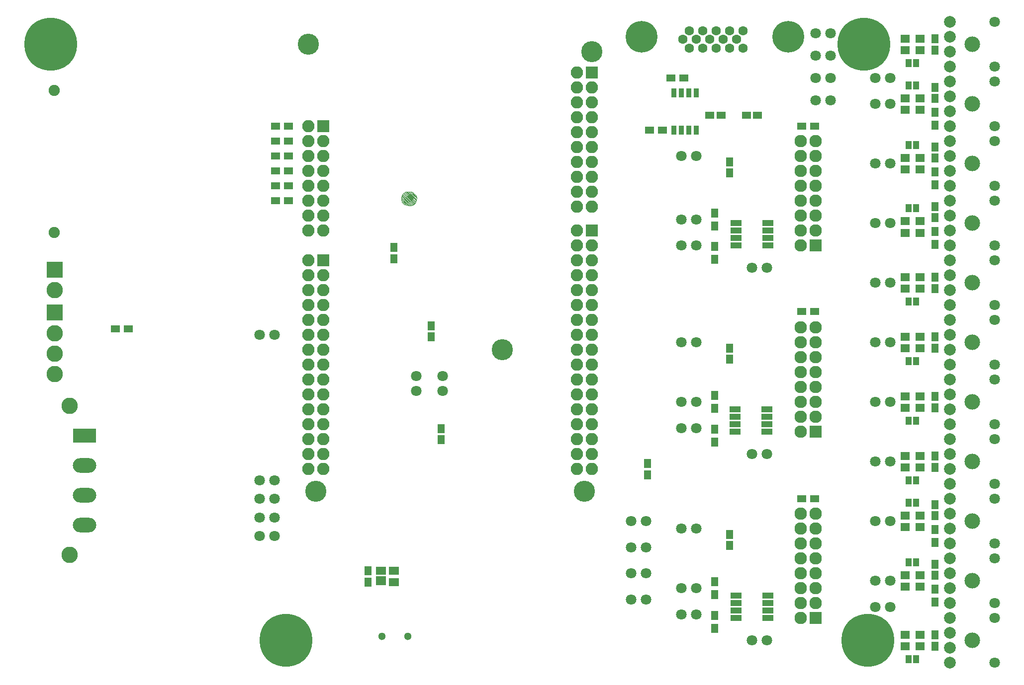
<source format=gbr>
G04 #@! TF.GenerationSoftware,KiCad,Pcbnew,(2018-01-25 revision 89a5a84af)-makepkg*
G04 #@! TF.CreationDate,2018-02-26T20:41:02+00:00*
G04 #@! TF.ProjectId,WolfDrive_H7Controller,576F6C6644726976655F4837436F6E74,rev?*
G04 #@! TF.SameCoordinates,Original*
G04 #@! TF.FileFunction,Soldermask,Bot*
G04 #@! TF.FilePolarity,Negative*
%FSLAX46Y46*%
G04 Gerber Fmt 4.6, Leading zero omitted, Abs format (unit mm)*
G04 Created by KiCad (PCBNEW (2018-01-25 revision 89a5a84af)-makepkg) date Mon Feb 26 20:41:02 2018*
%MOMM*%
%LPD*%
G01*
G04 APERTURE LIST*
%ADD10C,0.100000*%
%ADD11C,3.600000*%
%ADD12C,1.300000*%
%ADD13R,2.127200X2.127200*%
%ADD14O,2.127200X2.127200*%
%ADD15R,1.650000X1.400000*%
%ADD16R,1.600000X1.150000*%
%ADD17R,1.150000X1.600000*%
%ADD18R,2.100000X2.100000*%
%ADD19O,2.100000X2.100000*%
%ADD20C,1.900000*%
%ADD21R,1.800000X1.600000*%
%ADD22R,1.800000X1.400000*%
%ADD23R,0.908000X1.543000*%
%ADD24R,1.950000X1.000000*%
%ADD25C,2.800000*%
%ADD26R,2.800000X2.800000*%
%ADD27R,4.000000X2.480000*%
%ADD28O,4.000000X2.480000*%
%ADD29R,1.035000X1.416000*%
%ADD30R,1.300000X1.600000*%
%ADD31R,1.600000X1.300000*%
%ADD32C,2.000000*%
%ADD33C,1.800000*%
%ADD34C,2.650440*%
%ADD35C,9.000000*%
%ADD36C,1.100000*%
%ADD37C,5.401260*%
%ADD38C,1.598880*%
G04 APERTURE END LIST*
D10*
X14844034Y50749834D02*
X16671689Y48922180D01*
X14778056Y50688534D02*
X16587757Y48878833D01*
X14731956Y50607354D02*
X16500798Y48838512D01*
X14699004Y50513027D02*
X16406913Y48805118D01*
X14669482Y50415270D02*
X16311626Y48773125D01*
X14642369Y50315104D02*
X16214924Y48742548D01*
X14617201Y50212992D02*
X16108069Y48722124D01*
X14605120Y50097794D02*
X15983128Y48719787D01*
X14606615Y49969020D02*
X15844120Y48731515D01*
X14616087Y49832269D02*
X15693075Y48755280D01*
X14651820Y49541977D02*
X15348508Y48845289D01*
X14704020Y49362499D02*
X15195791Y48870727D01*
X14632230Y49688847D02*
X15520573Y48800503D01*
X16220922Y48743695D02*
X16372504Y48792878D01*
X16064897Y48713873D02*
X16220922Y48743695D01*
X15864016Y48728401D02*
X16064897Y48713873D01*
X15694323Y48754956D02*
X15864016Y48728401D01*
X15537810Y48795589D02*
X15694323Y48754956D01*
X15377222Y48839546D02*
X15537810Y48795589D01*
X15183693Y48872638D02*
X15377222Y48839546D01*
X15127317Y48889340D02*
X15183693Y48872638D01*
X15100851Y48903733D02*
X15127317Y48889340D01*
X14991577Y49012781D02*
X15100851Y48903733D01*
X14906666Y49067986D02*
X14991577Y49012781D01*
X14900777Y49075166D02*
X14906666Y49067986D01*
X14862639Y49144677D02*
X14900777Y49075166D01*
X14769755Y49249493D02*
X14862639Y49144677D01*
X14691632Y49385267D02*
X14769755Y49249493D01*
X14655223Y49517043D02*
X14691632Y49385267D01*
X14623465Y49757498D02*
X14655223Y49517043D01*
X14605572Y49998845D02*
X14623465Y49757498D01*
X14611455Y50183247D02*
X14605572Y49998845D01*
X14635480Y50289652D02*
X14611455Y50183247D01*
X16833402Y50669655D02*
X17101297Y50401759D01*
X16614335Y50888722D02*
X16630001Y50873056D01*
X16334933Y51040845D02*
X17159800Y50215978D01*
X16175621Y51072878D02*
X17183324Y50065175D01*
X16036164Y51085055D02*
X17179143Y49942076D01*
X15896707Y51097233D02*
X17162753Y49831187D01*
X15758919Y51107742D02*
X17143901Y49722760D01*
X15634034Y51105348D02*
X17120011Y49619370D01*
X15519174Y51092929D02*
X17094606Y49517496D01*
X15411412Y51073411D02*
X17068770Y49416054D01*
X15314799Y51042745D02*
X17035468Y49322076D01*
X15227841Y51002424D02*
X16991404Y49238860D01*
X15144541Y50958445D02*
X16943593Y49159392D01*
X15065693Y50910013D02*
X16886454Y49089252D01*
X14988810Y50859617D02*
X16824721Y49023706D01*
X14915785Y50805362D02*
X16752579Y48968569D01*
X14635480Y50289652D02*
X14635480Y50289652D01*
X14675245Y50436564D02*
X14635480Y50289652D01*
X14719726Y50579719D02*
X14675245Y50436564D01*
X14753280Y50655535D02*
X14719726Y50579719D01*
X14766164Y50676270D02*
X14753280Y50655535D01*
X14817843Y50729565D02*
X14766164Y50676270D01*
X14952346Y50833656D02*
X14817843Y50729565D01*
X15153453Y50963918D02*
X14952346Y50833656D01*
X15329854Y51049032D02*
X15153453Y50963918D01*
X15388484Y51068995D02*
X15329854Y51049032D01*
X15587300Y51103383D02*
X15388484Y51068995D01*
X15783099Y51107154D02*
X15587300Y51103383D01*
X16185037Y51072055D02*
X15783099Y51107154D01*
X16307906Y51049655D02*
X16185037Y51072055D01*
X16457157Y51001002D02*
X16307906Y51049655D01*
X16526080Y50963321D02*
X16457157Y51001002D01*
X16622579Y50881754D02*
X16526080Y50963321D01*
X16743638Y50744966D02*
X16622579Y50881754D01*
X16807793Y50688991D02*
X16743638Y50744966D01*
X16960544Y50580673D02*
X16807793Y50688991D01*
X17051200Y50512606D02*
X16960544Y50580673D01*
X17083828Y50457235D02*
X17051200Y50512606D01*
X17160660Y50213246D02*
X17083828Y50457235D01*
X17181783Y50122436D02*
X17160660Y50213246D01*
X17185464Y49985609D02*
X17181783Y50122436D01*
X17139539Y49697677D02*
X17185464Y49985609D01*
X17071111Y49423282D02*
X17139539Y49697677D01*
X17043027Y49336581D02*
X17071111Y49423282D01*
X16997232Y49248705D02*
X17043027Y49336581D01*
X16946469Y49162956D02*
X16997232Y49248705D01*
X16891271Y49094566D02*
X16946469Y49162956D01*
X16832280Y49029483D02*
X16891271Y49094566D01*
X16749855Y48966488D02*
X16832280Y49029483D01*
X16522506Y48846234D02*
X16749855Y48966488D01*
X16372504Y48792878D02*
X16522506Y48846234D01*
D11*
X31750000Y24130000D03*
D12*
X11262000Y-24692000D03*
X15662000Y-24692000D03*
D13*
X85090000Y-21590000D03*
D14*
X82550000Y-21590000D03*
X85090000Y-19050000D03*
X82550000Y-19050000D03*
X85090000Y-16510000D03*
X82550000Y-16510000D03*
X85090000Y-13970000D03*
X82550000Y-13970000D03*
X85090000Y-11430000D03*
X82550000Y-11430000D03*
X85090000Y-8890000D03*
X82550000Y-8890000D03*
X85090000Y-6350000D03*
X82550000Y-6350000D03*
X85090000Y-3810000D03*
X82550000Y-3810000D03*
D15*
X100330000Y6080000D03*
X100330000Y4080000D03*
X100330000Y14240000D03*
X100330000Y16240000D03*
X100330000Y24400000D03*
X100330000Y26400000D03*
X100330000Y36560000D03*
X100330000Y34560000D03*
X100330000Y-4080000D03*
X100330000Y-6080000D03*
X100330000Y-16240000D03*
X100330000Y-14240000D03*
D16*
X75245000Y64135000D03*
X73345000Y64135000D03*
X67122000Y64135000D03*
X69022000Y64135000D03*
D15*
X102870000Y4080000D03*
X102870000Y6080000D03*
X102870000Y16240000D03*
X102870000Y14240000D03*
X102870000Y24400000D03*
X102870000Y26400000D03*
X102870000Y34560000D03*
X102870000Y36560000D03*
X102870000Y-6080000D03*
X102870000Y-4080000D03*
X102870000Y-16240000D03*
X102870000Y-14240000D03*
D17*
X105410000Y6030000D03*
X105410000Y4130000D03*
X105410000Y14290000D03*
X105410000Y16190000D03*
X105410000Y24450000D03*
X105410000Y26350000D03*
X105410000Y34610000D03*
X105410000Y36510000D03*
X105410000Y-4125000D03*
X105410000Y-2225000D03*
X105410000Y-12385000D03*
X105410000Y-14285000D03*
D15*
X100330000Y77200000D03*
X100330000Y75200000D03*
X100330000Y46085000D03*
X100330000Y44085000D03*
X100330000Y56880000D03*
X100330000Y54880000D03*
X100330000Y67040000D03*
X100330000Y65040000D03*
X102870000Y75200000D03*
X102870000Y77200000D03*
X102870000Y44085000D03*
X102870000Y46085000D03*
X102870000Y56880000D03*
X102870000Y54880000D03*
X102870000Y65040000D03*
X102870000Y67040000D03*
D17*
X105410000Y75250000D03*
X105410000Y77150000D03*
X105410000Y46675000D03*
X105410000Y48575000D03*
X105410000Y58735000D03*
X105410000Y56835000D03*
X105410000Y66995000D03*
X105410000Y68895000D03*
X70485000Y56195000D03*
X70485000Y54295000D03*
X70485000Y-9205000D03*
X70485000Y-7305000D03*
X70485000Y24445000D03*
X70485000Y22545000D03*
X13335000Y39690000D03*
X13335000Y41590000D03*
X19685000Y26355000D03*
X19685000Y28255000D03*
D15*
X102870000Y-24400000D03*
X102870000Y-26400000D03*
X100330000Y-24400000D03*
X100330000Y-26400000D03*
D17*
X105410000Y-26350000D03*
X105410000Y-24450000D03*
X56515000Y2860000D03*
X56515000Y4760000D03*
X21336000Y10729000D03*
X21336000Y8829000D03*
D18*
X46990000Y71374000D03*
D19*
X44450000Y71374000D03*
X46990000Y68834000D03*
X44450000Y68834000D03*
X46990000Y66294000D03*
X44450000Y66294000D03*
X46990000Y63754000D03*
X44450000Y63754000D03*
X46990000Y61214000D03*
X44450000Y61214000D03*
X46990000Y58674000D03*
X44450000Y58674000D03*
X46990000Y56134000D03*
X44450000Y56134000D03*
X46990000Y53594000D03*
X44450000Y53594000D03*
X46990000Y51054000D03*
X44450000Y51054000D03*
X46990000Y48514000D03*
X44450000Y48514000D03*
D18*
X1270000Y62230000D03*
D19*
X-1270000Y62230000D03*
X1270000Y59690000D03*
X-1270000Y59690000D03*
X1270000Y57150000D03*
X-1270000Y57150000D03*
X1270000Y54610000D03*
X-1270000Y54610000D03*
X1270000Y52070000D03*
X-1270000Y52070000D03*
X1270000Y49530000D03*
X-1270000Y49530000D03*
X1270000Y46990000D03*
X-1270000Y46990000D03*
X1270000Y44450000D03*
X-1270000Y44450000D03*
D18*
X1270000Y39370000D03*
D19*
X-1270000Y39370000D03*
X1270000Y36830000D03*
X-1270000Y36830000D03*
X1270000Y34290000D03*
X-1270000Y34290000D03*
X1270000Y31750000D03*
X-1270000Y31750000D03*
X1270000Y29210000D03*
X-1270000Y29210000D03*
X1270000Y26670000D03*
X-1270000Y26670000D03*
X1270000Y24130000D03*
X-1270000Y24130000D03*
X1270000Y21590000D03*
X-1270000Y21590000D03*
X1270000Y19050000D03*
X-1270000Y19050000D03*
X1270000Y16510000D03*
X-1270000Y16510000D03*
X1270000Y13970000D03*
X-1270000Y13970000D03*
X1270000Y11430000D03*
X-1270000Y11430000D03*
X1270000Y8890000D03*
X-1270000Y8890000D03*
X1270000Y6350000D03*
X-1270000Y6350000D03*
X1270000Y3810000D03*
X-1270000Y3810000D03*
D18*
X46990000Y44450000D03*
D19*
X44450000Y44450000D03*
X46990000Y41910000D03*
X44450000Y41910000D03*
X46990000Y39370000D03*
X44450000Y39370000D03*
X46990000Y36830000D03*
X44450000Y36830000D03*
X46990000Y34290000D03*
X44450000Y34290000D03*
X46990000Y31750000D03*
X44450000Y31750000D03*
X46990000Y29210000D03*
X44450000Y29210000D03*
X46990000Y26670000D03*
X44450000Y26670000D03*
X46990000Y24130000D03*
X44450000Y24130000D03*
X46990000Y21590000D03*
X44450000Y21590000D03*
X46990000Y19050000D03*
X44450000Y19050000D03*
X46990000Y16510000D03*
X44450000Y16510000D03*
X46990000Y13970000D03*
X44450000Y13970000D03*
X46990000Y11430000D03*
X44450000Y11430000D03*
X46990000Y8890000D03*
X44450000Y8890000D03*
X46990000Y6350000D03*
X44450000Y6350000D03*
X46990000Y3810000D03*
X44450000Y3810000D03*
D20*
X-44535000Y44180000D03*
X-44535000Y68380000D03*
D21*
X11092000Y-15248000D03*
D22*
X11092000Y-13528000D03*
X13292000Y-13528000D03*
X13292000Y-15428000D03*
D23*
X60960000Y67945000D03*
X62230000Y67945000D03*
X63500000Y67945000D03*
X64770000Y67945000D03*
X64770000Y61595000D03*
X63500000Y61595000D03*
X62230000Y61595000D03*
X60960000Y61595000D03*
D24*
X71595000Y41910000D03*
X71595000Y43180000D03*
X71595000Y44450000D03*
X71595000Y45720000D03*
X76995000Y45720000D03*
X76995000Y44450000D03*
X76995000Y43180000D03*
X76995000Y41910000D03*
X76995000Y-21590000D03*
X76995000Y-20320000D03*
X76995000Y-19050000D03*
X76995000Y-17780000D03*
X71595000Y-17780000D03*
X71595000Y-19050000D03*
X71595000Y-20320000D03*
X71595000Y-21590000D03*
X71392625Y10160000D03*
X71392625Y11430000D03*
X71392625Y12700000D03*
X71392625Y13970000D03*
X76792625Y13970000D03*
X76792625Y12700000D03*
X76792625Y11430000D03*
X76792625Y10160000D03*
D25*
X-44450000Y23480000D03*
X-44450000Y19980000D03*
X-44450000Y26980000D03*
D26*
X-44450000Y30480000D03*
D27*
X-39370000Y9525000D03*
D28*
X-39370000Y4445000D03*
X-39370000Y-635000D03*
X-39370000Y-5715000D03*
D25*
X-41870000Y14605000D03*
X-41870000Y-10795000D03*
D29*
X100962460Y1905000D03*
X102237540Y1905000D03*
X100962460Y12065000D03*
X102237540Y12065000D03*
X102237540Y22225000D03*
X100962460Y22225000D03*
X100962460Y32385000D03*
X102237540Y32385000D03*
X100962460Y-1905000D03*
X102237540Y-1905000D03*
X102235000Y-12065000D03*
X100959920Y-12065000D03*
X100965000Y73025000D03*
X102240080Y73025000D03*
X102237540Y48260000D03*
X100962460Y48260000D03*
X100962460Y59055000D03*
X102237540Y59055000D03*
X102240080Y69215000D03*
X100965000Y69215000D03*
X100962460Y-28575000D03*
X102237540Y-28575000D03*
D25*
X-44450000Y34290000D03*
D26*
X-44450000Y37790000D03*
D14*
X82550000Y59690000D03*
X85090000Y59690000D03*
X82550000Y57150000D03*
X85090000Y57150000D03*
X82550000Y54610000D03*
X85090000Y54610000D03*
X82550000Y52070000D03*
X85090000Y52070000D03*
X82550000Y49530000D03*
X85090000Y49530000D03*
X82550000Y46990000D03*
X85090000Y46990000D03*
X82550000Y44450000D03*
X85090000Y44450000D03*
X82550000Y41910000D03*
D13*
X85090000Y41910000D03*
D14*
X82550000Y27940000D03*
X85090000Y27940000D03*
X82550000Y25400000D03*
X85090000Y25400000D03*
X82550000Y22860000D03*
X85090000Y22860000D03*
X82550000Y20320000D03*
X85090000Y20320000D03*
X82550000Y17780000D03*
X85090000Y17780000D03*
X82550000Y15240000D03*
X85090000Y15240000D03*
X82550000Y12700000D03*
X85090000Y12700000D03*
X82550000Y10160000D03*
D13*
X85090000Y10160000D03*
D30*
X105410000Y-6520000D03*
X105410000Y-8720000D03*
X105410000Y-18880000D03*
X105410000Y-16680000D03*
X105410000Y44280000D03*
X105410000Y42080000D03*
X105410000Y52240000D03*
X105410000Y54440000D03*
X105410000Y62400000D03*
X105410000Y64600000D03*
D31*
X60495000Y70485000D03*
X62695000Y70485000D03*
X-6815000Y57150000D03*
X-4615000Y57150000D03*
X-4615000Y54610000D03*
X-6815000Y54610000D03*
X-6815000Y49530000D03*
X-4615000Y49530000D03*
X-6815000Y52070000D03*
X-4615000Y52070000D03*
X-4615000Y62230000D03*
X-6815000Y62230000D03*
X-31920000Y27686000D03*
X-34120000Y27686000D03*
X-4615000Y59690000D03*
X-6815000Y59690000D03*
X84920000Y62230000D03*
X82720000Y62230000D03*
X84920000Y-1270000D03*
X82720000Y-1270000D03*
X84920000Y30682375D03*
X82720000Y30682375D03*
D30*
X67945000Y41740000D03*
X67945000Y39540000D03*
X67945000Y-23325000D03*
X67945000Y-21125000D03*
X67945000Y10625000D03*
X67945000Y8425000D03*
X67945000Y45255000D03*
X67945000Y47455000D03*
X67945000Y-15410000D03*
X67945000Y-17610000D03*
X67945000Y16340000D03*
X67945000Y14140000D03*
D31*
X59055000Y61595000D03*
X56855000Y61595000D03*
D17*
X8890000Y-13528000D03*
X8890000Y-15428000D03*
D32*
X107950000Y80010000D03*
X107950000Y77470000D03*
X107950000Y74930000D03*
X107950000Y72390000D03*
D33*
X115570000Y72390000D03*
X115570000Y80010000D03*
D34*
X111760000Y76200000D03*
X111760000Y-5080000D03*
D33*
X115570000Y-1270000D03*
X115570000Y-8890000D03*
D32*
X107950000Y-8890000D03*
X107950000Y-6350000D03*
X107950000Y-3810000D03*
X107950000Y-1270000D03*
D34*
X111760000Y-15240000D03*
D33*
X115570000Y-11430000D03*
X115570000Y-19050000D03*
D32*
X107950000Y-19050000D03*
X107950000Y-16510000D03*
X107950000Y-13970000D03*
X107950000Y-11430000D03*
X107950000Y8890000D03*
X107950000Y6350000D03*
X107950000Y3810000D03*
X107950000Y1270000D03*
D33*
X115570000Y1270000D03*
X115570000Y8890000D03*
D34*
X111760000Y5080000D03*
X111760000Y15240000D03*
D33*
X115570000Y19050000D03*
X115570000Y11430000D03*
D32*
X107950000Y11430000D03*
X107950000Y13970000D03*
X107950000Y16510000D03*
X107950000Y19050000D03*
D34*
X111760000Y25400000D03*
D33*
X115570000Y29210000D03*
X115570000Y21590000D03*
D32*
X107950000Y21590000D03*
X107950000Y24130000D03*
X107950000Y26670000D03*
X107950000Y29210000D03*
X107950000Y39370000D03*
X107950000Y36830000D03*
X107950000Y34290000D03*
X107950000Y31750000D03*
D33*
X115570000Y31750000D03*
X115570000Y39370000D03*
D34*
X111760000Y35560000D03*
X111760000Y45720000D03*
D33*
X115570000Y49530000D03*
X115570000Y41910000D03*
D32*
X107950000Y41910000D03*
X107950000Y44450000D03*
X107950000Y46990000D03*
X107950000Y49530000D03*
X107950000Y59690000D03*
X107950000Y57150000D03*
X107950000Y54610000D03*
X107950000Y52070000D03*
D33*
X115570000Y52070000D03*
X115570000Y59690000D03*
D34*
X111760000Y55880000D03*
D32*
X107950000Y69850000D03*
X107950000Y67310000D03*
X107950000Y64770000D03*
X107950000Y62230000D03*
D33*
X115570000Y62230000D03*
X115570000Y69850000D03*
D34*
X111760000Y66040000D03*
D32*
X107950000Y-21590000D03*
X107950000Y-24130000D03*
X107950000Y-26670000D03*
X107950000Y-29210000D03*
D33*
X115570000Y-29210000D03*
X115570000Y-21590000D03*
D34*
X111760000Y-25400000D03*
D35*
X-5080000Y-25400000D03*
D36*
X-1855000Y-25400000D03*
X-2799581Y-27680419D03*
X-5080000Y-28625000D03*
X-7360419Y-27680419D03*
X-8305000Y-25400000D03*
X-7360419Y-23119581D03*
X-5080000Y-22175000D03*
X-2799581Y-23119581D03*
X95625419Y78480419D03*
X93345000Y79425000D03*
X91064581Y78480419D03*
X90120000Y76200000D03*
X91064581Y73919581D03*
X93345000Y72975000D03*
X95625419Y73919581D03*
X96570000Y76200000D03*
D35*
X93345000Y76200000D03*
X-45085000Y76200000D03*
D36*
X-41860000Y76200000D03*
X-42804581Y73919581D03*
X-45085000Y72975000D03*
X-47365419Y73919581D03*
X-48310000Y76200000D03*
X-47365419Y78480419D03*
X-45085000Y79425000D03*
X-42804581Y78480419D03*
X96260419Y-23119581D03*
X93980000Y-22175000D03*
X91699581Y-23119581D03*
X90755000Y-25400000D03*
X91699581Y-27680419D03*
X93980000Y-28625000D03*
X96260419Y-27680419D03*
X97205000Y-25400000D03*
D35*
X93980000Y-25400000D03*
D11*
X-1270000Y76200000D03*
X46990000Y74930000D03*
X45720000Y0D03*
X0Y0D03*
D33*
X95250000Y-5080000D03*
X97790000Y-5080000D03*
X97790000Y-15240000D03*
X95250000Y-15240000D03*
X95250000Y5080000D03*
X97790000Y5080000D03*
X97790000Y15240000D03*
X95250000Y15240000D03*
X95250000Y25400000D03*
X97790000Y25400000D03*
X97790000Y35560000D03*
X95250000Y35560000D03*
X-9525000Y-4445000D03*
X-6985000Y-4445000D03*
X74295000Y38100000D03*
X76835000Y38100000D03*
X76835000Y6350000D03*
X74295000Y6350000D03*
X76835000Y-25400000D03*
X74295000Y-25400000D03*
X-9525000Y-1270000D03*
X-6985000Y-1270000D03*
X17145000Y17145000D03*
X17145000Y19685000D03*
X21590000Y17145000D03*
X21590000Y19685000D03*
X62230000Y41910000D03*
X64770000Y41910000D03*
X64770000Y-20955000D03*
X62230000Y-20955000D03*
X62230000Y10795000D03*
X64770000Y10795000D03*
X64770000Y46355000D03*
X62230000Y46355000D03*
X62230000Y-16510000D03*
X64770000Y-16510000D03*
X62230000Y15240000D03*
X64770000Y15240000D03*
X97790000Y-19685000D03*
X95250000Y-19685000D03*
X62230000Y25400000D03*
X64770000Y25400000D03*
X64770000Y-6350000D03*
X62230000Y-6350000D03*
X62230000Y57150000D03*
X64770000Y57150000D03*
X56261000Y-9525000D03*
X53721000Y-9525000D03*
X56261000Y-5080000D03*
X53721000Y-5080000D03*
X97790000Y45720000D03*
X95250000Y45720000D03*
X95250000Y55880000D03*
X97790000Y55880000D03*
X97790000Y66040000D03*
X95250000Y66040000D03*
X95250000Y70485000D03*
X97790000Y70485000D03*
X56261000Y-13970000D03*
X53721000Y-13970000D03*
X-9525000Y1905000D03*
X-6985000Y1905000D03*
X56261000Y-18415000D03*
X53721000Y-18415000D03*
X-9525000Y-7620000D03*
X-6985000Y-7620000D03*
X-6985000Y26670000D03*
X-9525000Y26670000D03*
X87630000Y74295000D03*
X85090000Y74295000D03*
X87630000Y70485000D03*
X85090000Y70485000D03*
X85090000Y66675000D03*
X87630000Y66675000D03*
X85090000Y78105000D03*
X87630000Y78105000D03*
D37*
X55450740Y77538580D03*
D38*
X68211700Y75539600D03*
X65925700Y75539600D03*
X63634620Y75539600D03*
X70505320Y75539600D03*
X72793860Y75539600D03*
X69359780Y77038200D03*
X67071240Y77038200D03*
X64780160Y77038200D03*
X62489080Y77038200D03*
D37*
X80439260Y77538580D03*
D38*
X71650860Y77038200D03*
X63634620Y78539340D03*
X65925700Y78539340D03*
X68214240Y78536800D03*
X70505320Y78539340D03*
X72793860Y78539340D03*
M02*

</source>
